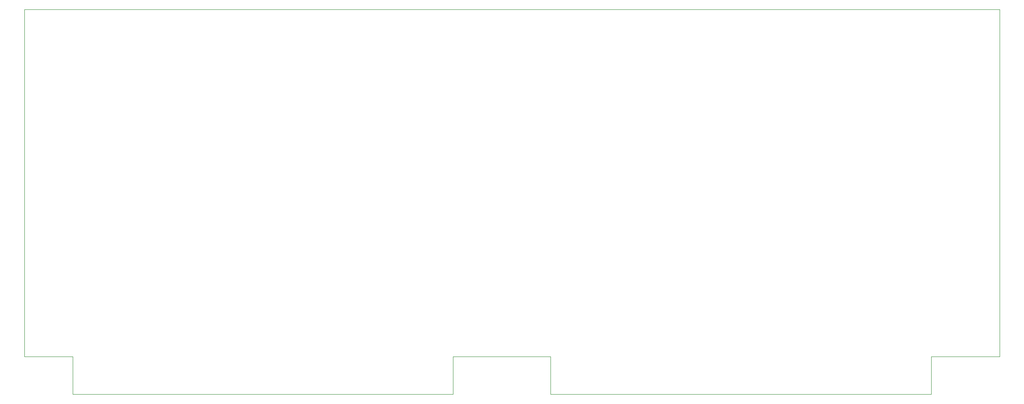
<source format=gbr>
G04 (created by PCBNEW (2013-mar-25)-stable) date Saturday, October 26, 2013 01:40:07 PM*
%MOIN*%
G04 Gerber Fmt 3.4, Leading zero omitted, Abs format*
%FSLAX34Y34*%
G01*
G70*
G90*
G04 APERTURE LIST*
%ADD10C,2.3622e-06*%
%ADD11C,0.001*%
G04 APERTURE END LIST*
G54D10*
G54D11*
X10000Y-37050D02*
X10000Y-10000D01*
X13750Y-37050D02*
X10000Y-37050D01*
X13750Y-40000D02*
X13750Y-37050D01*
X43390Y-40000D02*
X13750Y-40000D01*
X51010Y-37050D02*
X43390Y-37050D01*
X43390Y-37050D02*
X43390Y-40000D01*
X80650Y-40000D02*
X51010Y-40000D01*
X51010Y-40000D02*
X51010Y-37050D01*
X80650Y-37050D02*
X80650Y-40000D01*
X86000Y-37050D02*
X80650Y-37050D01*
X86000Y-10000D02*
X86000Y-37050D01*
X10000Y-10000D02*
X86000Y-10000D01*
M02*

</source>
